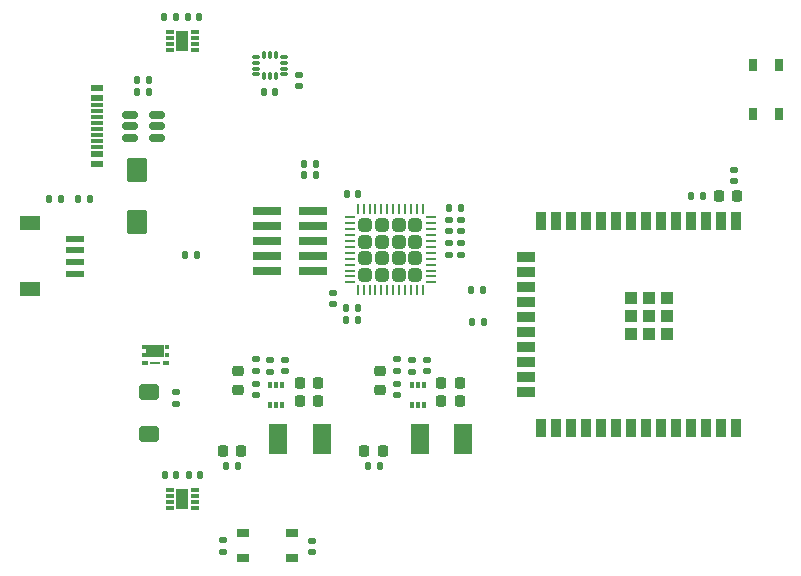
<source format=gbr>
%TF.GenerationSoftware,KiCad,Pcbnew,7.0.1*%
%TF.CreationDate,2023-09-13T21:21:08+01:00*%
%TF.ProjectId,101 PCB,31303120-5043-4422-9e6b-696361645f70,rev?*%
%TF.SameCoordinates,Original*%
%TF.FileFunction,Paste,Top*%
%TF.FilePolarity,Positive*%
%FSLAX46Y46*%
G04 Gerber Fmt 4.6, Leading zero omitted, Abs format (unit mm)*
G04 Created by KiCad (PCBNEW 7.0.1) date 2023-09-13 21:21:08*
%MOMM*%
%LPD*%
G01*
G04 APERTURE LIST*
G04 Aperture macros list*
%AMRoundRect*
0 Rectangle with rounded corners*
0 $1 Rounding radius*
0 $2 $3 $4 $5 $6 $7 $8 $9 X,Y pos of 4 corners*
0 Add a 4 corners polygon primitive as box body*
4,1,4,$2,$3,$4,$5,$6,$7,$8,$9,$2,$3,0*
0 Add four circle primitives for the rounded corners*
1,1,$1+$1,$2,$3*
1,1,$1+$1,$4,$5*
1,1,$1+$1,$6,$7*
1,1,$1+$1,$8,$9*
0 Add four rect primitives between the rounded corners*
20,1,$1+$1,$2,$3,$4,$5,0*
20,1,$1+$1,$4,$5,$6,$7,0*
20,1,$1+$1,$6,$7,$8,$9,0*
20,1,$1+$1,$8,$9,$2,$3,0*%
G04 Aperture macros list end*
%ADD10RoundRect,0.140000X0.170000X-0.140000X0.170000X0.140000X-0.170000X0.140000X-0.170000X-0.140000X0*%
%ADD11RoundRect,0.140000X-0.170000X0.140000X-0.170000X-0.140000X0.170000X-0.140000X0.170000X0.140000X0*%
%ADD12RoundRect,0.140000X-0.140000X-0.170000X0.140000X-0.170000X0.140000X0.170000X-0.140000X0.170000X0*%
%ADD13RoundRect,0.087500X-0.225000X-0.087500X0.225000X-0.087500X0.225000X0.087500X-0.225000X0.087500X0*%
%ADD14RoundRect,0.087500X-0.087500X-0.225000X0.087500X-0.225000X0.087500X0.225000X-0.087500X0.225000X0*%
%ADD15RoundRect,0.225000X0.250000X-0.225000X0.250000X0.225000X-0.250000X0.225000X-0.250000X-0.225000X0*%
%ADD16RoundRect,0.140000X0.140000X0.170000X-0.140000X0.170000X-0.140000X-0.170000X0.140000X-0.170000X0*%
%ADD17R,1.140000X0.600000*%
%ADD18R,1.140000X0.300000*%
%ADD19RoundRect,0.135000X-0.135000X-0.185000X0.135000X-0.185000X0.135000X0.185000X-0.135000X0.185000X0*%
%ADD20R,0.700000X0.300000*%
%ADD21R,1.000000X1.700000*%
%ADD22R,0.300000X0.475000*%
%ADD23RoundRect,0.135000X0.135000X0.185000X-0.135000X0.185000X-0.135000X-0.185000X0.135000X-0.185000X0*%
%ADD24R,1.050000X0.650000*%
%ADD25RoundRect,0.135000X-0.185000X0.135000X-0.185000X-0.135000X0.185000X-0.135000X0.185000X0.135000X0*%
%ADD26R,0.900000X1.500000*%
%ADD27R,1.500000X0.900000*%
%ADD28R,1.050000X1.050000*%
%ADD29RoundRect,0.250000X0.600000X-0.400000X0.600000X0.400000X-0.600000X0.400000X-0.600000X-0.400000X0*%
%ADD30RoundRect,0.236111X0.613889X-0.813889X0.613889X0.813889X-0.613889X0.813889X-0.613889X-0.813889X0*%
%ADD31R,1.550000X0.600000*%
%ADD32R,1.800000X1.200000*%
%ADD33RoundRect,0.218750X-0.218750X-0.256250X0.218750X-0.256250X0.218750X0.256250X-0.218750X0.256250X0*%
%ADD34R,0.650000X1.050000*%
%ADD35RoundRect,0.225000X0.225000X0.250000X-0.225000X0.250000X-0.225000X-0.250000X0.225000X-0.250000X0*%
%ADD36R,1.500000X2.500000*%
%ADD37R,0.350000X0.400000*%
%ADD38R,0.500000X0.400000*%
%ADD39R,0.920000X0.285000*%
%ADD40R,1.600000X1.050000*%
%ADD41RoundRect,0.225000X-0.225000X-0.250000X0.225000X-0.250000X0.225000X0.250000X-0.225000X0.250000X0*%
%ADD42RoundRect,0.135000X0.185000X-0.135000X0.185000X0.135000X-0.185000X0.135000X-0.185000X-0.135000X0*%
%ADD43RoundRect,0.150000X0.512500X0.150000X-0.512500X0.150000X-0.512500X-0.150000X0.512500X-0.150000X0*%
%ADD44RoundRect,0.250000X0.315000X-0.315000X0.315000X0.315000X-0.315000X0.315000X-0.315000X-0.315000X0*%
%ADD45RoundRect,0.062500X0.062500X-0.375000X0.062500X0.375000X-0.062500X0.375000X-0.062500X-0.375000X0*%
%ADD46RoundRect,0.062500X0.375000X-0.062500X0.375000X0.062500X-0.375000X0.062500X-0.375000X-0.062500X0*%
%ADD47R,2.400000X0.740000*%
G04 APERTURE END LIST*
D10*
%TO.C,C125*%
X145400000Y-86617500D03*
X145400000Y-85657500D03*
%TD*%
D11*
%TO.C,C117*%
X134537500Y-91820000D03*
X134537500Y-92780000D03*
%TD*%
D12*
%TO.C,C116*%
X120270000Y-68500000D03*
X121230000Y-68500000D03*
%TD*%
D13*
%TO.C,U104*%
X128037500Y-71850000D03*
X128037500Y-72350000D03*
X128037500Y-72850000D03*
X128037500Y-73350000D03*
D14*
X128700000Y-73512500D03*
X129200000Y-73512500D03*
X129700000Y-73512500D03*
D13*
X130362500Y-73350000D03*
X130362500Y-72850000D03*
X130362500Y-72350000D03*
X130362500Y-71850000D03*
D14*
X129700000Y-71687500D03*
X129200000Y-71687500D03*
X128700000Y-71687500D03*
%TD*%
D11*
%TO.C,C126*%
X144400000Y-87657500D03*
X144400000Y-88617500D03*
%TD*%
D15*
%TO.C,C105*%
X126500000Y-100025000D03*
X126500000Y-98475000D03*
%TD*%
D11*
%TO.C,C1*%
X168500000Y-81420000D03*
X168500000Y-82380000D03*
%TD*%
D10*
%TO.C,C107*%
X140000000Y-100480000D03*
X140000000Y-99520000D03*
%TD*%
D16*
%TO.C,C122*%
X136645151Y-93137786D03*
X135685151Y-93137786D03*
%TD*%
D17*
%TO.C,J101*%
X114550000Y-74500000D03*
X114550000Y-75300000D03*
D18*
X114550000Y-76450000D03*
X114550000Y-77450000D03*
X114550000Y-77950000D03*
X114550000Y-78950000D03*
D17*
X114550000Y-80900000D03*
X114550000Y-80100000D03*
D18*
X114550000Y-79450000D03*
X114550000Y-78450000D03*
X114550000Y-76950000D03*
X114550000Y-75950000D03*
%TD*%
D19*
%TO.C,R106*%
X137490000Y-106500000D03*
X138510000Y-106500000D03*
%TD*%
D20*
%TO.C,IC105*%
X120750000Y-69750000D03*
X120750000Y-70250000D03*
X120750000Y-70750000D03*
X120750000Y-71250000D03*
X122850000Y-71250000D03*
X122850000Y-70750000D03*
X122850000Y-70250000D03*
X122850000Y-69750000D03*
D21*
X121800000Y-70500000D03*
%TD*%
D22*
%TO.C,IC101*%
X129250000Y-101338000D03*
X129750000Y-101338000D03*
X130250000Y-101338000D03*
X130250000Y-99662000D03*
X129750000Y-99662000D03*
X129250000Y-99662000D03*
%TD*%
D10*
%TO.C,C118*%
X132750000Y-113780000D03*
X132750000Y-112820000D03*
%TD*%
D19*
%TO.C,R109*%
X117990000Y-74810000D03*
X119010000Y-74810000D03*
%TD*%
D23*
%TO.C,R3*%
X123010000Y-88600000D03*
X121990000Y-88600000D03*
%TD*%
D24*
%TO.C,S101*%
X131075000Y-114325000D03*
X126925000Y-114325000D03*
X131075000Y-112175000D03*
X126925000Y-112175000D03*
%TD*%
D12*
%TO.C,C112*%
X128720000Y-74850000D03*
X129680000Y-74850000D03*
%TD*%
D19*
%TO.C,R114*%
X146290000Y-94300000D03*
X147310000Y-94300000D03*
%TD*%
D25*
%TO.C,R104*%
X141250000Y-97490000D03*
X141250000Y-98510000D03*
%TD*%
D15*
%TO.C,C106*%
X138500000Y-100025000D03*
X138500000Y-98475000D03*
%TD*%
D19*
%TO.C,R111*%
X132090000Y-81880000D03*
X133110000Y-81880000D03*
%TD*%
D10*
%TO.C,C102*%
X128000000Y-100480000D03*
X128000000Y-99520000D03*
%TD*%
D26*
%TO.C,U101*%
X168635000Y-85750000D03*
X167365000Y-85750000D03*
X166095000Y-85750000D03*
X164825000Y-85750000D03*
X163555000Y-85750000D03*
X162285000Y-85750000D03*
X161015000Y-85750000D03*
X159745000Y-85750000D03*
X158475000Y-85750000D03*
X157205000Y-85750000D03*
X155935000Y-85750000D03*
X154665000Y-85750000D03*
X153395000Y-85750000D03*
X152125000Y-85750000D03*
D27*
X150875000Y-88790000D03*
X150875000Y-90060000D03*
X150875000Y-91330000D03*
X150875000Y-92600000D03*
X150875000Y-93870000D03*
X150875000Y-95140000D03*
X150875000Y-96410000D03*
X150875000Y-97680000D03*
X150875000Y-98950000D03*
X150875000Y-100220000D03*
D26*
X152125000Y-103250000D03*
X153395000Y-103250000D03*
X154665000Y-103250000D03*
X155935000Y-103250000D03*
X157205000Y-103250000D03*
X158475000Y-103250000D03*
X159745000Y-103250000D03*
X161015000Y-103250000D03*
X162285000Y-103250000D03*
X163555000Y-103250000D03*
X164825000Y-103250000D03*
X166095000Y-103250000D03*
X167365000Y-103250000D03*
X168635000Y-103250000D03*
D28*
X162820000Y-92295000D03*
X161295000Y-92295000D03*
X159770000Y-92295000D03*
X162820000Y-93820000D03*
X161295000Y-93820000D03*
X159770000Y-93820000D03*
X162820000Y-95345000D03*
X161295000Y-95345000D03*
X159770000Y-95345000D03*
%TD*%
D29*
%TO.C,D104*%
X119000000Y-103750000D03*
X119000000Y-100250000D03*
%TD*%
D16*
%TO.C,C113*%
X123280000Y-107300000D03*
X122320000Y-107300000D03*
%TD*%
D25*
%TO.C,R101*%
X129250000Y-97490000D03*
X129250000Y-98510000D03*
%TD*%
D23*
%TO.C,R4*%
X114010000Y-83900000D03*
X112990000Y-83900000D03*
%TD*%
D30*
%TO.C,D2*%
X117998980Y-85800560D03*
X117998980Y-81400560D03*
%TD*%
D31*
%TO.C,J111*%
X112750000Y-87250000D03*
X112750000Y-88250000D03*
X112750000Y-89250000D03*
X112750000Y-90250000D03*
D32*
X108875000Y-85950000D03*
X108875000Y-91550000D03*
%TD*%
D33*
%TO.C,D101*%
X125212500Y-105250000D03*
X126787500Y-105250000D03*
%TD*%
D19*
%TO.C,R1*%
X164890000Y-83600000D03*
X165910000Y-83600000D03*
%TD*%
D34*
%TO.C,S102*%
X172275000Y-72525000D03*
X172275000Y-76675000D03*
X170125000Y-72525000D03*
X170125000Y-76675000D03*
%TD*%
D23*
%TO.C,R110*%
X119010000Y-73810000D03*
X117990000Y-73810000D03*
%TD*%
D35*
%TO.C,C104*%
X133275000Y-101000000D03*
X131725000Y-101000000D03*
%TD*%
D19*
%TO.C,R103*%
X125490000Y-106500000D03*
X126510000Y-106500000D03*
%TD*%
D36*
%TO.C,L102*%
X141900000Y-104250000D03*
X145600000Y-104250000D03*
%TD*%
D25*
%TO.C,R108*%
X121250000Y-100240000D03*
X121250000Y-101260000D03*
%TD*%
D22*
%TO.C,IC103*%
X141250000Y-101338000D03*
X141750000Y-101338000D03*
X142250000Y-101338000D03*
X142250000Y-99662000D03*
X141750000Y-99662000D03*
X141250000Y-99662000D03*
%TD*%
D37*
%TO.C,Q101*%
X118525000Y-96450000D03*
X118525000Y-97100000D03*
D38*
X118600000Y-97750000D03*
X120400000Y-97750000D03*
D37*
X120475000Y-97100000D03*
X120475000Y-96450000D03*
D39*
X119500000Y-97750000D03*
D40*
X119500000Y-96775000D03*
%TD*%
D19*
%TO.C,R5*%
X110490000Y-83900000D03*
X111510000Y-83900000D03*
%TD*%
D25*
%TO.C,R102*%
X128000000Y-97470000D03*
X128000000Y-98490000D03*
%TD*%
D35*
%TO.C,C103*%
X133275000Y-99500000D03*
X131725000Y-99500000D03*
%TD*%
D36*
%TO.C,L101*%
X129900000Y-104250000D03*
X133600000Y-104250000D03*
%TD*%
D12*
%TO.C,C114*%
X120320000Y-107300000D03*
X121280000Y-107300000D03*
%TD*%
D16*
%TO.C,C124*%
X136680000Y-83500000D03*
X135720000Y-83500000D03*
%TD*%
D35*
%TO.C,C110*%
X145275000Y-101000000D03*
X143725000Y-101000000D03*
%TD*%
%TO.C,C109*%
X145275000Y-99500000D03*
X143725000Y-99500000D03*
%TD*%
D41*
%TO.C,C2*%
X167225000Y-83600000D03*
X168775000Y-83600000D03*
%TD*%
D11*
%TO.C,C111*%
X131700000Y-73370000D03*
X131700000Y-74330000D03*
%TD*%
D12*
%TO.C,C120*%
X144400000Y-84637500D03*
X145360000Y-84637500D03*
%TD*%
D16*
%TO.C,C121*%
X136645151Y-94137786D03*
X135685151Y-94137786D03*
%TD*%
%TO.C,C115*%
X123230000Y-68500000D03*
X122270000Y-68500000D03*
%TD*%
D25*
%TO.C,R105*%
X140000000Y-97470000D03*
X140000000Y-98490000D03*
%TD*%
D19*
%TO.C,R2*%
X146240000Y-91600000D03*
X147260000Y-91600000D03*
%TD*%
D42*
%TO.C,R107*%
X125250000Y-113760000D03*
X125250000Y-112740000D03*
%TD*%
D43*
%TO.C,U103*%
X119637500Y-78700000D03*
X119637500Y-77750000D03*
X119637500Y-76800000D03*
X117362500Y-76800000D03*
X117362500Y-77750000D03*
X117362500Y-78700000D03*
%TD*%
D10*
%TO.C,C101*%
X130500000Y-98480000D03*
X130500000Y-97520000D03*
%TD*%
D44*
%TO.C,U106*%
X137300000Y-90300000D03*
X138700000Y-90300000D03*
X140100000Y-90300000D03*
X141500000Y-90300000D03*
X137300000Y-88900000D03*
X138700000Y-88900000D03*
X140100000Y-88900000D03*
X141500000Y-88900000D03*
X137300000Y-87500000D03*
X138700000Y-87500000D03*
X140100000Y-87500000D03*
X141500000Y-87500000D03*
X137300000Y-86100000D03*
X138700000Y-86100000D03*
X140100000Y-86100000D03*
X141500000Y-86100000D03*
D45*
X136650000Y-91637500D03*
X137150000Y-91637500D03*
X137650000Y-91637500D03*
X138150000Y-91637500D03*
X138650000Y-91637500D03*
X139150000Y-91637500D03*
X139650000Y-91637500D03*
X140150000Y-91637500D03*
X140650000Y-91637500D03*
X141150000Y-91637500D03*
X141650000Y-91637500D03*
X142150000Y-91637500D03*
D46*
X142837500Y-90950000D03*
X142837500Y-90450000D03*
X142837500Y-89950000D03*
X142837500Y-89450000D03*
X142837500Y-88950000D03*
X142837500Y-88450000D03*
X142837500Y-87950000D03*
X142837500Y-87450000D03*
X142837500Y-86950000D03*
X142837500Y-86450000D03*
X142837500Y-85950000D03*
X142837500Y-85450000D03*
D45*
X142150000Y-84762500D03*
X141650000Y-84762500D03*
X141150000Y-84762500D03*
X140650000Y-84762500D03*
X140150000Y-84762500D03*
X139650000Y-84762500D03*
X139150000Y-84762500D03*
X138650000Y-84762500D03*
X138150000Y-84762500D03*
X137650000Y-84762500D03*
X137150000Y-84762500D03*
X136650000Y-84762500D03*
D46*
X135962500Y-85450000D03*
X135962500Y-85950000D03*
X135962500Y-86450000D03*
X135962500Y-86950000D03*
X135962500Y-87450000D03*
X135962500Y-87950000D03*
X135962500Y-88450000D03*
X135962500Y-88950000D03*
X135962500Y-89450000D03*
X135962500Y-89950000D03*
X135962500Y-90450000D03*
X135962500Y-90950000D03*
%TD*%
D10*
%TO.C,C108*%
X142500000Y-98480000D03*
X142500000Y-97520000D03*
%TD*%
%TO.C,C123*%
X144400000Y-86637500D03*
X144400000Y-85677500D03*
%TD*%
D33*
%TO.C,D102*%
X137212500Y-105250000D03*
X138787500Y-105250000D03*
%TD*%
D11*
%TO.C,C127*%
X145400000Y-87657500D03*
X145400000Y-88617500D03*
%TD*%
D47*
%TO.C,J2*%
X128944000Y-84909000D03*
X132844000Y-84909000D03*
X128944000Y-86179000D03*
X132844000Y-86179000D03*
X128944000Y-87449000D03*
X132844000Y-87449000D03*
X128944000Y-88719000D03*
X132844000Y-88719000D03*
X128944000Y-89989000D03*
X132844000Y-89989000D03*
%TD*%
D23*
%TO.C,R112*%
X133110000Y-80900000D03*
X132090000Y-80900000D03*
%TD*%
D20*
%TO.C,IC104*%
X120750000Y-108550000D03*
X120750000Y-109050000D03*
X120750000Y-109550000D03*
X120750000Y-110050000D03*
X122850000Y-110050000D03*
X122850000Y-109550000D03*
X122850000Y-109050000D03*
X122850000Y-108550000D03*
D21*
X121800000Y-109300000D03*
%TD*%
M02*

</source>
